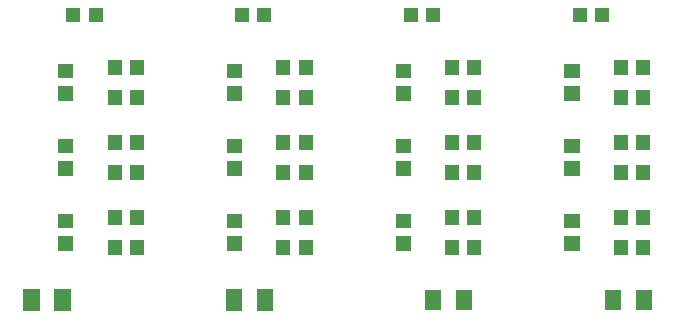
<source format=gtp>
G04 Layer: TopPasteMaskLayer*
G04 EasyEDA v6.1.51, Wed, 19 Jun 2019 18:44:14 GMT*
G04 e07e6d747a584c628bb32b84df99dd00,dd6e2cb4672846f4b5eb8f4429f9b141,10*
G04 Gerber Generator version 0.2*
G04 Scale: 100 percent, Rotated: No, Reflected: No *
G04 Dimensions in inches *
G04 leading zeros omitted , absolute positions ,2 integer and 4 decimal *
%FSLAX24Y24*%
%MOIN*%
G90*
G70D02*

%ADD14R,0.047200X0.051200*%
%ADD15R,0.055100X0.070900*%

%LPD*%
G36*
G01X4756Y10480D02*
G01X4756Y10009D01*
G01X4243Y10009D01*
G01X4243Y10480D01*
G01X4756Y10480D01*
G37*
G36*
G01X4756Y9740D02*
G01X4756Y9269D01*
G01X4243Y9269D01*
G01X4243Y9740D01*
G01X4756Y9740D01*
G37*
G36*
G01X4756Y7980D02*
G01X4756Y7509D01*
G01X4243Y7509D01*
G01X4243Y7980D01*
G01X4756Y7980D01*
G37*
G36*
G01X4756Y7240D02*
G01X4756Y6769D01*
G01X4243Y6769D01*
G01X4243Y7240D01*
G01X4756Y7240D01*
G37*
G36*
G01X10381Y10481D02*
G01X10381Y10009D01*
G01X9868Y10009D01*
G01X9868Y10481D01*
G01X10381Y10481D01*
G37*
G36*
G01X10381Y9741D02*
G01X10381Y9269D01*
G01X9868Y9269D01*
G01X9868Y9741D01*
G01X10381Y9741D01*
G37*
G36*
G01X10381Y7981D02*
G01X10381Y7509D01*
G01X9868Y7509D01*
G01X9868Y7981D01*
G01X10381Y7981D01*
G37*
G36*
G01X10381Y7241D02*
G01X10381Y6769D01*
G01X9868Y6769D01*
G01X9868Y7241D01*
G01X10381Y7241D01*
G37*
G36*
G01X16006Y10480D02*
G01X16006Y10009D01*
G01X15493Y10009D01*
G01X15493Y10480D01*
G01X16006Y10480D01*
G37*
G36*
G01X16006Y9740D02*
G01X16006Y9269D01*
G01X15493Y9269D01*
G01X15493Y9740D01*
G01X16006Y9740D01*
G37*
G36*
G01X16006Y7980D02*
G01X16006Y7509D01*
G01X15493Y7509D01*
G01X15493Y7980D01*
G01X16006Y7980D01*
G37*
G36*
G01X16006Y7240D02*
G01X16006Y6769D01*
G01X15493Y6769D01*
G01X15493Y7240D01*
G01X16006Y7240D01*
G37*
G36*
G01X21631Y10480D02*
G01X21631Y10009D01*
G01X21118Y10009D01*
G01X21118Y10480D01*
G01X21631Y10480D01*
G37*
G36*
G01X21631Y9740D02*
G01X21631Y9269D01*
G01X21118Y9269D01*
G01X21118Y9740D01*
G01X21631Y9740D01*
G37*
G36*
G01X21631Y7980D02*
G01X21631Y7509D01*
G01X21118Y7509D01*
G01X21118Y7980D01*
G01X21631Y7980D01*
G37*
G36*
G01X21631Y7240D02*
G01X21631Y6769D01*
G01X21118Y6769D01*
G01X21118Y7240D01*
G01X21631Y7240D01*
G37*
G36*
G01X12731Y12619D02*
G01X12259Y12619D01*
G01X12259Y13131D01*
G01X12731Y13131D01*
G01X12731Y12619D01*
G37*
G36*
G01X11990Y12619D02*
G01X11518Y12619D01*
G01X11518Y13131D01*
G01X11990Y13131D01*
G01X11990Y12619D01*
G37*
G36*
G01X18356Y12619D02*
G01X17884Y12619D01*
G01X17884Y13130D01*
G01X18356Y13130D01*
G01X18356Y12619D01*
G37*
G36*
G01X17615Y12619D02*
G01X17143Y12619D01*
G01X17143Y13130D01*
G01X17615Y13130D01*
G01X17615Y12619D01*
G37*
G36*
G01X18356Y11619D02*
G01X17884Y11619D01*
G01X17884Y12130D01*
G01X18356Y12130D01*
G01X18356Y11619D01*
G37*
G36*
G01X17615Y11619D02*
G01X17143Y11619D01*
G01X17143Y12130D01*
G01X17615Y12130D01*
G01X17615Y11619D01*
G37*
G36*
G01X23981Y12619D02*
G01X23509Y12619D01*
G01X23509Y13130D01*
G01X23981Y13130D01*
G01X23981Y12619D01*
G37*
G36*
G01X23240Y12619D02*
G01X22768Y12619D01*
G01X22768Y13130D01*
G01X23240Y13130D01*
G01X23240Y12619D01*
G37*
G36*
G01X23981Y11619D02*
G01X23509Y11619D01*
G01X23509Y12130D01*
G01X23981Y12130D01*
G01X23981Y11619D01*
G37*
G36*
G01X23240Y11619D02*
G01X22768Y11619D01*
G01X22768Y12130D01*
G01X23240Y12130D01*
G01X23240Y11619D01*
G37*
G36*
G01X7106Y11619D02*
G01X6634Y11619D01*
G01X6634Y12130D01*
G01X7106Y12130D01*
G01X7106Y11619D01*
G37*
G36*
G01X6365Y11619D02*
G01X5893Y11619D01*
G01X5893Y12130D01*
G01X6365Y12130D01*
G01X6365Y11619D01*
G37*
G54D14*
G01X4755Y14625D03*
G01X5494Y14625D03*
G36*
G01X7106Y10119D02*
G01X6634Y10119D01*
G01X6634Y10630D01*
G01X7106Y10630D01*
G01X7106Y10119D01*
G37*
G36*
G01X6365Y10119D02*
G01X5893Y10119D01*
G01X5893Y10630D01*
G01X6365Y10630D01*
G01X6365Y10119D01*
G37*
G36*
G01X7106Y9119D02*
G01X6634Y9119D01*
G01X6634Y9630D01*
G01X7106Y9630D01*
G01X7106Y9119D01*
G37*
G36*
G01X6365Y9119D02*
G01X5893Y9119D01*
G01X5893Y9630D01*
G01X6365Y9630D01*
G01X6365Y9119D01*
G37*
G36*
G01X4756Y12980D02*
G01X4756Y12509D01*
G01X4243Y12509D01*
G01X4243Y12980D01*
G01X4756Y12980D01*
G37*
G36*
G01X4756Y12240D02*
G01X4756Y11769D01*
G01X4243Y11769D01*
G01X4243Y12240D01*
G01X4756Y12240D01*
G37*
G01X21630Y14625D03*
G01X22369Y14625D03*
G36*
G01X10381Y12980D02*
G01X10381Y12509D01*
G01X9868Y12509D01*
G01X9868Y12980D01*
G01X10381Y12980D01*
G37*
G36*
G01X10381Y12240D02*
G01X10381Y11769D01*
G01X9868Y11769D01*
G01X9868Y12240D01*
G01X10381Y12240D01*
G37*
G36*
G01X16006Y12980D02*
G01X16006Y12509D01*
G01X15493Y12509D01*
G01X15493Y12980D01*
G01X16006Y12980D01*
G37*
G36*
G01X16006Y12240D02*
G01X16006Y11769D01*
G01X15493Y11769D01*
G01X15493Y12240D01*
G01X16006Y12240D01*
G37*
G36*
G01X12731Y11619D02*
G01X12259Y11619D01*
G01X12259Y12131D01*
G01X12731Y12131D01*
G01X12731Y11619D01*
G37*
G36*
G01X11990Y11619D02*
G01X11518Y11619D01*
G01X11518Y12131D01*
G01X11990Y12131D01*
G01X11990Y11619D01*
G37*
G36*
G01X23981Y10119D02*
G01X23509Y10119D01*
G01X23509Y10630D01*
G01X23981Y10630D01*
G01X23981Y10119D01*
G37*
G36*
G01X23240Y10119D02*
G01X22768Y10119D01*
G01X22768Y10630D01*
G01X23240Y10630D01*
G01X23240Y10119D01*
G37*
G36*
G01X23981Y9119D02*
G01X23509Y9119D01*
G01X23509Y9630D01*
G01X23981Y9630D01*
G01X23981Y9119D01*
G37*
G36*
G01X23240Y9119D02*
G01X22768Y9119D01*
G01X22768Y9630D01*
G01X23240Y9630D01*
G01X23240Y9119D01*
G37*
G36*
G01X21631Y12980D02*
G01X21631Y12509D01*
G01X21118Y12509D01*
G01X21118Y12980D01*
G01X21631Y12980D01*
G37*
G36*
G01X21631Y12240D02*
G01X21631Y11769D01*
G01X21118Y11769D01*
G01X21118Y12240D01*
G01X21631Y12240D01*
G37*
G36*
G01X23981Y6619D02*
G01X23509Y6619D01*
G01X23509Y7130D01*
G01X23981Y7130D01*
G01X23981Y6619D01*
G37*
G36*
G01X23240Y6619D02*
G01X22768Y6619D01*
G01X22768Y7130D01*
G01X23240Y7130D01*
G01X23240Y6619D01*
G37*
G36*
G01X7106Y6619D02*
G01X6634Y6619D01*
G01X6634Y7130D01*
G01X7106Y7130D01*
G01X7106Y6619D01*
G37*
G36*
G01X6365Y6619D02*
G01X5893Y6619D01*
G01X5893Y7130D01*
G01X6365Y7130D01*
G01X6365Y6619D01*
G37*
G01X10380Y14625D03*
G01X11119Y14625D03*
G36*
G01X12731Y10119D02*
G01X12259Y10119D01*
G01X12259Y10631D01*
G01X12731Y10631D01*
G01X12731Y10119D01*
G37*
G36*
G01X11990Y10119D02*
G01X11518Y10119D01*
G01X11518Y10631D01*
G01X11990Y10631D01*
G01X11990Y10119D01*
G37*
G36*
G01X12731Y9119D02*
G01X12259Y9119D01*
G01X12259Y9631D01*
G01X12731Y9631D01*
G01X12731Y9119D01*
G37*
G36*
G01X11990Y9119D02*
G01X11518Y9119D01*
G01X11518Y9631D01*
G01X11990Y9631D01*
G01X11990Y9119D01*
G37*
G36*
G01X12731Y6619D02*
G01X12259Y6619D01*
G01X12259Y7131D01*
G01X12731Y7131D01*
G01X12731Y6619D01*
G37*
G36*
G01X11990Y6619D02*
G01X11518Y6619D01*
G01X11518Y7131D01*
G01X11990Y7131D01*
G01X11990Y6619D01*
G37*
G01X16005Y14625D03*
G01X16744Y14625D03*
G36*
G01X18356Y10119D02*
G01X17884Y10119D01*
G01X17884Y10630D01*
G01X18356Y10630D01*
G01X18356Y10119D01*
G37*
G36*
G01X17615Y10119D02*
G01X17143Y10119D01*
G01X17143Y10630D01*
G01X17615Y10630D01*
G01X17615Y10119D01*
G37*
G36*
G01X7106Y12619D02*
G01X6634Y12619D01*
G01X6634Y13130D01*
G01X7106Y13130D01*
G01X7106Y12619D01*
G37*
G36*
G01X6365Y12619D02*
G01X5893Y12619D01*
G01X5893Y13130D01*
G01X6365Y13130D01*
G01X6365Y12619D01*
G37*
G36*
G01X18356Y9119D02*
G01X17884Y9119D01*
G01X17884Y9630D01*
G01X18356Y9630D01*
G01X18356Y9119D01*
G37*
G36*
G01X17615Y9119D02*
G01X17143Y9119D01*
G01X17143Y9630D01*
G01X17615Y9630D01*
G01X17615Y9119D01*
G37*
G36*
G01X18356Y6619D02*
G01X17884Y6619D01*
G01X17884Y7130D01*
G01X18356Y7130D01*
G01X18356Y6619D01*
G37*
G36*
G01X17615Y6619D02*
G01X17143Y6619D01*
G01X17143Y7130D01*
G01X17615Y7130D01*
G01X17615Y6619D01*
G37*
G36*
G01X3630Y4770D02*
G01X3079Y4770D01*
G01X3079Y5479D01*
G01X3630Y5479D01*
G01X3630Y4770D01*
G37*
G36*
G01X4670Y4770D02*
G01X4119Y4770D01*
G01X4119Y5479D01*
G01X4670Y5479D01*
G01X4670Y4770D01*
G37*
G36*
G01X10380Y4770D02*
G01X9829Y4770D01*
G01X9829Y5479D01*
G01X10380Y5479D01*
G01X10380Y4770D01*
G37*
G36*
G01X11420Y4770D02*
G01X10869Y4770D01*
G01X10869Y5479D01*
G01X11420Y5479D01*
G01X11420Y4770D01*
G37*
G54D15*
G01X17769Y5125D03*
G01X16730Y5125D03*
G01X23769Y5125D03*
G01X22730Y5125D03*
G36*
G01X7106Y7619D02*
G01X6634Y7619D01*
G01X6634Y8130D01*
G01X7106Y8130D01*
G01X7106Y7619D01*
G37*
G36*
G01X6365Y7619D02*
G01X5893Y7619D01*
G01X5893Y8130D01*
G01X6365Y8130D01*
G01X6365Y7619D01*
G37*
G36*
G01X12731Y7619D02*
G01X12259Y7619D01*
G01X12259Y8130D01*
G01X12731Y8130D01*
G01X12731Y7619D01*
G37*
G36*
G01X11990Y7619D02*
G01X11518Y7619D01*
G01X11518Y8130D01*
G01X11990Y8130D01*
G01X11990Y7619D01*
G37*
G36*
G01X18356Y7619D02*
G01X17884Y7619D01*
G01X17884Y8130D01*
G01X18356Y8130D01*
G01X18356Y7619D01*
G37*
G36*
G01X17615Y7619D02*
G01X17143Y7619D01*
G01X17143Y8130D01*
G01X17615Y8130D01*
G01X17615Y7619D01*
G37*
G36*
G01X23981Y7619D02*
G01X23509Y7619D01*
G01X23509Y8130D01*
G01X23981Y8130D01*
G01X23981Y7619D01*
G37*
G36*
G01X23240Y7619D02*
G01X22768Y7619D01*
G01X22768Y8130D01*
G01X23240Y8130D01*
G01X23240Y7619D01*
G37*
M00*
M02*

</source>
